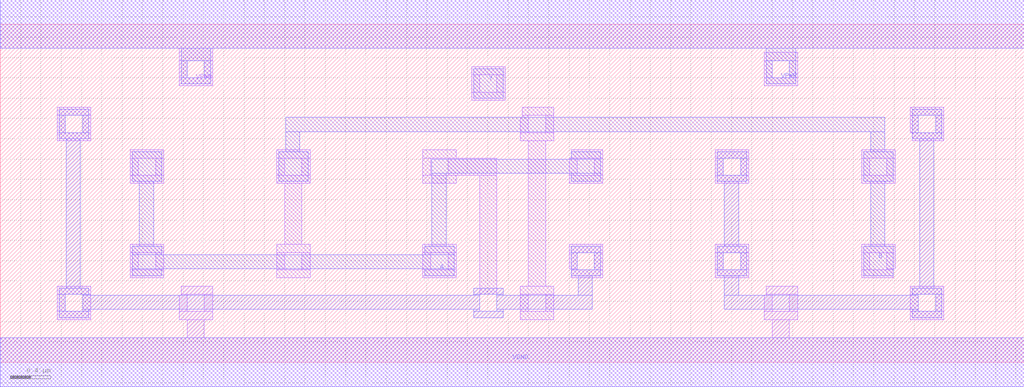
<source format=lef>
VERSION 5.7 ;
  NOWIREEXTENSIONATPIN ON ;
  DIVIDERCHAR "/" ;
  BUSBITCHARS "[]" ;
MACRO XOR2X1
  CLASS CORE ;
  FOREIGN XOR2X1 ;
  ORIGIN 0.000 0.000 ;
  SIZE 10.080 BY 3.330 ;
  SYMMETRY X Y R90 ;
  SITE unit ;
  PIN VPWR
    DIRECTION INOUT ;
    USE POWER ;
    SHAPE ABUTMENT ;
    PORT
      LAYER met1 ;
        RECT 0.000 3.090 10.080 3.570 ;
        RECT 1.780 2.970 2.070 3.090 ;
        RECT 1.780 2.800 1.840 2.970 ;
        RECT 2.010 2.800 2.070 2.970 ;
        RECT 1.780 2.740 2.070 2.800 ;
        RECT 7.540 2.970 7.830 3.090 ;
        RECT 7.540 2.800 7.600 2.970 ;
        RECT 7.770 2.800 7.830 2.970 ;
        RECT 7.540 2.740 7.830 2.800 ;
    END
    PORT
      LAYER li1 ;
        RECT 0.000 3.090 10.080 3.570 ;
        RECT 1.760 2.970 2.090 3.090 ;
        RECT 1.760 2.800 1.840 2.970 ;
        RECT 2.010 2.800 2.090 2.970 ;
        RECT 1.760 2.720 2.090 2.800 ;
    END
  END VPWR
  PIN VGND
    DIRECTION INOUT ;
    USE GROUND ;
    SHAPE ABUTMENT ;
    PORT
      LAYER met1 ;
        RECT 0.000 -0.240 10.080 0.240 ;
    END
    PORT
      LAYER li1 ;
        RECT 1.780 0.670 2.090 0.750 ;
        RECT 1.780 0.660 1.840 0.670 ;
        RECT 1.760 0.500 1.840 0.660 ;
        RECT 2.010 0.500 2.090 0.670 ;
        RECT 7.540 0.670 7.850 0.750 ;
        RECT 7.540 0.660 7.600 0.670 ;
        RECT 1.760 0.420 2.090 0.500 ;
        RECT 7.520 0.500 7.600 0.660 ;
        RECT 7.770 0.500 7.850 0.670 ;
        RECT 7.520 0.420 7.850 0.500 ;
        RECT 1.840 0.240 2.010 0.420 ;
        RECT 7.600 0.240 7.770 0.420 ;
        RECT 0.000 -0.240 10.080 0.240 ;
    END
  END VGND
  PIN Y
    DIRECTION INOUT ;
    USE SIGNAL ;
    SHAPE ABUTMENT ;
    PORT
      LAYER met1 ;
        RECT 4.660 2.600 4.950 2.890 ;
    END
  END Y
  PIN A
    DIRECTION INOUT ;
    USE SIGNAL ;
    SHAPE ABUTMENT ;
    PORT
      LAYER met1 ;
        RECT 1.300 1.780 1.590 2.070 ;
        RECT 5.620 2.000 5.910 2.070 ;
        RECT 4.250 1.860 5.910 2.000 ;
        RECT 1.370 1.140 1.510 1.780 ;
        RECT 4.250 1.140 4.390 1.860 ;
        RECT 5.620 1.780 5.910 1.860 ;
        RECT 1.300 1.060 1.590 1.140 ;
        RECT 4.180 1.060 4.470 1.140 ;
        RECT 1.300 0.920 4.470 1.060 ;
        RECT 1.300 0.850 1.590 0.920 ;
        RECT 4.180 0.850 4.470 0.920 ;
    END
  END A
  PIN B
    DIRECTION INOUT ;
    USE SIGNAL ;
    SHAPE ABUTMENT ;
    PORT
      LAYER met1 ;
        RECT 2.810 2.270 8.710 2.410 ;
        RECT 2.810 2.070 2.950 2.270 ;
        RECT 8.570 2.070 8.710 2.270 ;
        RECT 2.740 1.780 3.030 2.070 ;
        RECT 8.500 1.780 8.790 2.070 ;
        RECT 8.570 1.140 8.710 1.780 ;
        RECT 8.500 0.850 8.790 1.140 ;
    END
  END B
  OBS
      LAYER li1 ;
        RECT 7.520 2.970 7.850 3.050 ;
        RECT 4.640 2.830 4.970 2.910 ;
        RECT 4.640 2.660 4.720 2.830 ;
        RECT 4.890 2.660 4.970 2.830 ;
        RECT 7.520 2.800 7.600 2.970 ;
        RECT 7.770 2.800 7.850 2.970 ;
        RECT 7.520 2.720 7.850 2.800 ;
        RECT 4.640 2.580 4.970 2.660 ;
        RECT 0.560 2.430 0.890 2.510 ;
        RECT 0.560 2.260 0.640 2.430 ;
        RECT 0.810 2.260 0.890 2.430 ;
        RECT 5.140 2.430 5.450 2.510 ;
        RECT 5.140 2.410 5.200 2.430 ;
        RECT 0.560 2.180 0.890 2.260 ;
        RECT 5.120 2.260 5.200 2.410 ;
        RECT 5.370 2.260 5.450 2.430 ;
        RECT 8.960 2.430 9.290 2.510 ;
        RECT 8.960 2.260 9.040 2.430 ;
        RECT 9.210 2.260 9.290 2.430 ;
        RECT 5.120 2.180 5.450 2.260 ;
        RECT 8.980 2.180 9.290 2.260 ;
        RECT 1.280 2.010 1.610 2.090 ;
        RECT 1.280 1.840 1.360 2.010 ;
        RECT 1.530 1.840 1.610 2.010 ;
        RECT 1.280 1.760 1.610 1.840 ;
        RECT 2.720 2.010 3.050 2.090 ;
        RECT 2.720 1.840 2.800 2.010 ;
        RECT 2.970 1.840 3.050 2.010 ;
        RECT 2.720 1.760 3.050 1.840 ;
        RECT 4.160 2.010 4.490 2.090 ;
        RECT 4.160 1.840 4.240 2.010 ;
        RECT 4.410 1.840 4.890 2.010 ;
        RECT 4.160 1.760 4.490 1.840 ;
        RECT 2.800 1.160 2.970 1.760 ;
        RECT 1.280 1.080 1.610 1.160 ;
        RECT 1.280 0.910 1.360 1.080 ;
        RECT 1.530 0.910 1.610 1.080 ;
        RECT 1.280 0.830 1.610 0.910 ;
        RECT 2.720 1.080 3.050 1.160 ;
        RECT 2.720 0.910 2.800 1.080 ;
        RECT 2.970 0.910 3.050 1.080 ;
        RECT 2.720 0.830 3.050 0.910 ;
        RECT 4.160 1.080 4.490 1.160 ;
        RECT 4.160 0.910 4.240 1.080 ;
        RECT 4.410 0.910 4.490 1.080 ;
        RECT 4.160 0.830 4.490 0.910 ;
        RECT 0.560 0.670 0.890 0.750 ;
        RECT 4.720 0.670 4.890 1.840 ;
        RECT 5.200 0.750 5.370 2.180 ;
        RECT 5.620 2.010 5.930 2.090 ;
        RECT 5.600 1.840 5.680 2.010 ;
        RECT 5.850 1.840 5.930 2.010 ;
        RECT 5.600 1.760 5.930 1.840 ;
        RECT 7.040 2.010 7.370 2.090 ;
        RECT 7.040 1.840 7.120 2.010 ;
        RECT 7.290 1.840 7.370 2.010 ;
        RECT 7.040 1.760 7.370 1.840 ;
        RECT 8.480 2.010 8.810 2.090 ;
        RECT 8.480 1.840 8.560 2.010 ;
        RECT 8.730 1.840 8.810 2.010 ;
        RECT 8.480 1.760 8.810 1.840 ;
        RECT 5.600 1.080 5.930 1.160 ;
        RECT 5.600 0.920 5.680 1.080 ;
        RECT 5.620 0.910 5.680 0.920 ;
        RECT 5.850 0.910 5.930 1.080 ;
        RECT 5.620 0.830 5.930 0.910 ;
        RECT 7.040 1.080 7.370 1.160 ;
        RECT 7.040 0.910 7.120 1.080 ;
        RECT 7.290 0.910 7.370 1.080 ;
        RECT 7.040 0.830 7.370 0.910 ;
        RECT 8.480 1.080 8.810 1.160 ;
        RECT 8.480 0.910 8.560 1.080 ;
        RECT 8.730 0.920 8.810 1.080 ;
        RECT 8.730 0.910 8.790 0.920 ;
        RECT 8.480 0.830 8.790 0.910 ;
        RECT 5.120 0.670 5.450 0.750 ;
        RECT 0.560 0.500 0.640 0.670 ;
        RECT 0.810 0.500 0.890 0.670 ;
        RECT 0.560 0.420 0.890 0.500 ;
        RECT 5.120 0.500 5.200 0.670 ;
        RECT 5.370 0.500 5.450 0.670 ;
        RECT 5.120 0.420 5.450 0.500 ;
        RECT 8.960 0.670 9.290 0.750 ;
        RECT 8.960 0.500 9.040 0.670 ;
        RECT 9.210 0.500 9.290 0.670 ;
        RECT 8.960 0.420 9.290 0.500 ;
      LAYER met1 ;
        RECT 0.580 2.430 0.870 2.490 ;
        RECT 0.580 2.260 0.640 2.430 ;
        RECT 0.810 2.260 0.870 2.430 ;
        RECT 0.580 2.200 0.870 2.260 ;
        RECT 8.980 2.430 9.270 2.490 ;
        RECT 8.980 2.260 9.040 2.430 ;
        RECT 9.210 2.260 9.270 2.430 ;
        RECT 8.980 2.200 9.270 2.260 ;
        RECT 0.650 0.730 0.790 2.200 ;
        RECT 7.060 2.010 7.350 2.070 ;
        RECT 7.060 1.840 7.120 2.010 ;
        RECT 7.290 1.840 7.350 2.010 ;
        RECT 7.060 1.780 7.350 1.840 ;
        RECT 7.130 1.140 7.270 1.780 ;
        RECT 5.620 1.080 5.910 1.140 ;
        RECT 5.620 0.910 5.680 1.080 ;
        RECT 5.850 0.910 5.910 1.080 ;
        RECT 5.620 0.850 5.910 0.910 ;
        RECT 7.060 1.080 7.350 1.140 ;
        RECT 7.060 0.910 7.120 1.080 ;
        RECT 7.290 0.910 7.350 1.080 ;
        RECT 7.060 0.850 7.350 0.910 ;
        RECT 0.580 0.670 0.870 0.730 ;
        RECT 0.580 0.500 0.640 0.670 ;
        RECT 0.810 0.660 0.870 0.670 ;
        RECT 4.660 0.670 4.950 0.730 ;
        RECT 4.660 0.660 4.720 0.670 ;
        RECT 0.810 0.520 4.720 0.660 ;
        RECT 0.810 0.500 0.870 0.520 ;
        RECT 0.580 0.440 0.870 0.500 ;
        RECT 4.660 0.500 4.720 0.520 ;
        RECT 4.890 0.660 4.950 0.670 ;
        RECT 5.690 0.660 5.830 0.850 ;
        RECT 4.890 0.520 5.830 0.660 ;
        RECT 7.130 0.660 7.270 0.850 ;
        RECT 9.050 0.730 9.190 2.200 ;
        RECT 8.980 0.670 9.270 0.730 ;
        RECT 8.980 0.660 9.040 0.670 ;
        RECT 7.130 0.520 9.040 0.660 ;
        RECT 4.890 0.500 4.950 0.520 ;
        RECT 4.660 0.440 4.950 0.500 ;
        RECT 8.980 0.500 9.040 0.520 ;
        RECT 9.210 0.500 9.270 0.670 ;
        RECT 8.980 0.440 9.270 0.500 ;
  END
END XOR2X1
END LIBRARY


</source>
